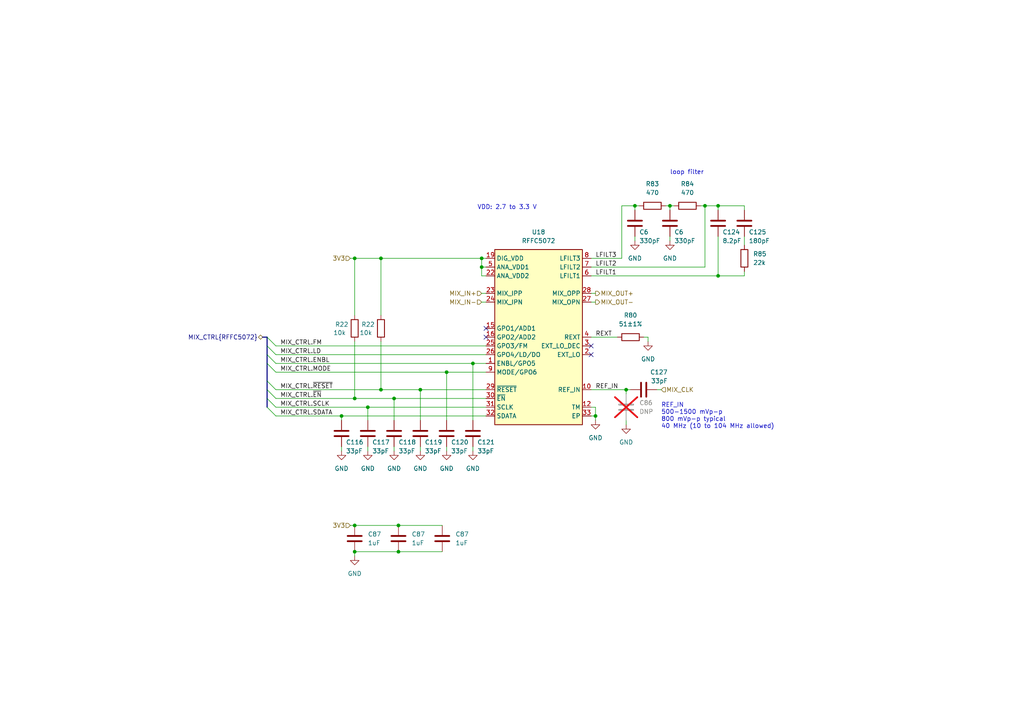
<source format=kicad_sch>
(kicad_sch (version 20230121) (generator eeschema)
  (paper "A4")
  (title_block (title "URTI Mainboard") (date "${DATE}") (rev "${VERSION}") (company "Copyright 2023 Great Scott Gadgets") (comment 1 "Licensed under the CERN-OHL-P v2"))
  (lib_symbols
    (symbol "Device:C" (pin_numbers hide) (pin_names (offset 0.254))
      (property "Reference" "C" (at 0.635 2.54 0))
      (property "Value" "C" (at 0.635 -2.54 0))
      (symbol "C_0_1"
        (polyline (pts (xy -2.032 -0.762) (xy 2.032 -0.762)) (stroke (width 0.508)))
        (polyline (pts (xy -2.032 0.762) (xy 2.032 0.762)) (stroke (width 0.508)))
      )
      (symbol "C_1_1"
        (pin passive line (at 0 3.81 270) (length 2.794) (name "~") (number "1"))
        (pin passive line (at 0 -3.81 90) (length 2.794) (name "~") (number "2"))
      )
    )
    (symbol "Device:R" (pin_numbers hide) (pin_names (offset 0))
      (property "Reference" "R" (at 2.032 0 90))
      (property "Value" "R" (at 0 0 90))
      (symbol "R_0_1"
        (rectangle (start -1.016 -2.54) (end 1.016 2.54) (stroke (width 0.254)))
      )
      (symbol "R_1_1"
        (pin passive line (at 0 3.81 270) (length 1.27) (name "~") (number "1"))
        (pin passive line (at 0 -3.81 90) (length 1.27) (name "~") (number "2"))
      )
    )
    (symbol "power:GND" (power) (pin_names (offset 0))
      (property "Value" "GND" (at 0 -3.81 0))
      (symbol "GND_0_1"
        (polyline (pts (xy 0 0) (xy 0 -1.27) (xy 1.27 -1.27) (xy 0 -2.54) (xy -1.27 -1.27) (xy 0 -1.27)))
      )
      (symbol "GND_1_1"
        (pin power_in line (at 0 0 270) (length 0) hide (name "GND") (number "1"))
      )
    )
    (symbol "radio:RFFC5072"
      (property "Reference" "U" (at 0 29.21 0))
      (property "Value" "RFFC5072" (at 0 26.67 0))
      (symbol "RFFC5072_0_0"
        (pin bidirectional line (at -15.24 -7.62 0) (length 2.54) (name "ENBL/GPO5") (number "1"))
        (pin input line (at 15.24 -15.24 180) (length 2.54) (name "REF_IN") (number "10"))
        (pin input line (at 15.24 -20.32 180) (length 2.54) (name "TM") (number "12"))
        (pin bidirectional line (at -15.24 2.54 0) (length 2.54) (name "GPO1/ADD1") (number "15"))
        (pin bidirectional line (at -15.24 0 0) (length 2.54) (name "GPO2/ADD2") (number "16"))
        (pin power_in line (at -15.24 22.86 0) (length 2.54) (name "DIG_VDD") (number "19"))
        (pin input line (at 15.24 -5.08 180) (length 2.54) (name "EXT_LO") (number "2"))
        (pin power_in line (at -15.24 17.78 0) (length 2.54) (name "ANA_VDD2") (number "22"))
        (pin input line (at -15.24 12.7 0) (length 2.54) (name "MIX_IPP") (number "23"))
        (pin input line (at -15.24 10.16 0) (length 2.54) (name "MIX_IPN") (number "24"))
        (pin bidirectional line (at -15.24 -2.54 0) (length 2.54) (name "GPO3/FM") (number "25"))
        (pin power_out line (at -15.24 -5.08 0) (length 2.54) (name "GPO4/LD/DO") (number "26"))
        (pin output line (at 15.24 10.16 180) (length 2.54) (name "MIX_OPN") (number "27"))
        (pin output line (at 15.24 12.7 180) (length 2.54) (name "MIX_OPP") (number "28"))
        (pin passive line (at 15.24 -2.54 180) (length 2.54) (name "EXT_LO_DEC") (number "3"))
        (pin input line (at -15.24 -20.32 0) (length 2.54) (name "SCLK") (number "31"))
        (pin input line (at -15.24 -22.86 0) (length 2.54) (name "SDATA") (number "32"))
        (pin power_in line (at 15.24 -22.86 180) (length 2.54) (name "EP") (number "33"))
        (pin passive line (at 15.24 0 180) (length 2.54) (name "REXT") (number "4"))
        (pin power_in line (at -15.24 20.32 0) (length 2.54) (name "ANA_VDD1") (number "5"))
        (pin output line (at 15.24 17.78 180) (length 2.54) (name "LFILT1") (number "6"))
        (pin output line (at 15.24 20.32 180) (length 2.54) (name "LFILT2") (number "7"))
        (pin input line (at 15.24 22.86 180) (length 2.54) (name "LFILT3") (number "8"))
      )
      (symbol "RFFC5072_1_0"
        (pin no_connect line (at 12.7 -12.7 180) (length 2.54) hide (name "NC") (number "11"))
        (pin no_connect line (at -12.7 7.62 0) (length 2.54) hide (name "NC") (number "13"))
        (pin no_connect line (at -12.7 5.08 0) (length 2.54) hide (name "NC") (number "14"))
        (pin no_connect line (at 12.7 5.08 180) (length 2.54) hide (name "NC") (number "17"))
        (pin no_connect line (at 12.7 7.62 180) (length 2.54) hide (name "NC") (number "18"))
        (pin no_connect line (at 12.7 -10.16 180) (length 2.54) hide (name "NC") (number "20"))
        (pin no_connect line (at 12.7 -7.62 180) (length 2.54) hide (name "NC") (number "21"))
        (pin input line (at -15.24 -15.24 0) (length 2.54) (name "~{RESET}") (number "29"))
        (pin input line (at -15.24 -17.78 0) (length 2.54) (name "~{EN}") (number "30"))
        (pin bidirectional line (at -15.24 -10.16 0) (length 2.54) (name "MODE/GPO6") (number "9"))
      )
      (symbol "RFFC5072_1_1"
        (rectangle (start -12.7 25.4) (end 12.7 -25.4) (stroke (width 0.254)) (fill (type background)))
      )
    )
  )
  (junction (at 194.31 59.69))
  (junction (at 115.57 152.4))
  (junction (at 208.28 59.69))
  (junction (at 110.49 113.03))
  (junction (at 102.87 160.02))
  (junction (at 102.87 152.4))
  (junction (at 121.92 113.03))
  (junction (at 110.49 74.93))
  (junction (at 102.87 115.57))
  (junction (at 208.28 80.01))
  (junction (at 115.57 160.02))
  (junction (at 102.87 74.93))
  (junction (at 184.15 59.69))
  (junction (at 137.16 105.41))
  (junction (at 106.68 118.11))
  (junction (at 99.06 120.65))
  (junction (at 139.7 77.47))
  (junction (at 204.47 59.69))
  (junction (at 129.54 107.95))
  (junction (at 181.61 113.03))
  (junction (at 139.7 74.93))
  (junction (at 172.72 120.65))
  (junction (at 114.3 115.57))
  (no_connect (at 171.45 100.33))
  (no_connect (at 140.97 97.79))
  (no_connect (at 140.97 95.25))
  (no_connect (at 171.45 102.87))
  (bus_entry (at 77.47 118.11) (size 2.54 2.54))
  (bus_entry (at 77.47 102.87) (size 2.54 2.54))
  (bus_entry (at 77.47 100.33) (size 2.54 2.54))
  (bus_entry (at 77.47 97.79) (size 2.54 2.54))
  (bus_entry (at 77.47 105.41) (size 2.54 2.54))
  (bus_entry (at 77.47 110.49) (size 2.54 2.54))
  (bus_entry (at 77.47 115.57) (size 2.54 2.54))
  (bus_entry (at 77.47 113.03) (size 2.54 2.54))
  (wire (pts (xy 102.87 160.02) (xy 115.57 160.02)))
  (wire (pts (xy 137.16 105.41) (xy 140.97 105.41)))
  (wire (pts (xy 171.45 85.09) (xy 172.72 85.09)))
  (wire (pts (xy 99.06 129.54) (xy 99.06 130.81)))
  (wire (pts (xy 80.01 115.57) (xy 102.87 115.57)))
  (wire (pts (xy 171.45 113.03) (xy 181.61 113.03)))
  (wire (pts (xy 102.87 74.93) (xy 110.49 74.93)))
  (wire (pts (xy 101.6 74.93) (xy 102.87 74.93)))
  (wire (pts (xy 137.16 129.54) (xy 137.16 130.81)))
  (wire (pts (xy 115.57 160.02) (xy 128.27 160.02)))
  (wire (pts (xy 129.54 107.95) (xy 140.97 107.95)))
  (wire (pts (xy 172.72 118.11) (xy 172.72 120.65)))
  (wire (pts (xy 106.68 118.11) (xy 140.97 118.11)))
  (wire (pts (xy 208.28 59.69) (xy 208.28 60.96)))
  (wire (pts (xy 106.68 118.11) (xy 106.68 121.92)))
  (wire (pts (xy 80.01 105.41) (xy 137.16 105.41)))
  (wire (pts (xy 80.01 120.65) (xy 99.06 120.65)))
  (bus (pts (xy 77.47 115.57) (xy 77.47 113.03)))
  (bus (pts (xy 77.47 118.11) (xy 77.47 115.57)))
  (wire (pts (xy 181.61 121.92) (xy 181.61 123.19)))
  (wire (pts (xy 186.69 97.79) (xy 187.96 97.79)))
  (wire (pts (xy 101.6 152.4) (xy 102.87 152.4)))
  (wire (pts (xy 106.68 129.54) (xy 106.68 130.81)))
  (wire (pts (xy 114.3 115.57) (xy 114.3 121.92)))
  (wire (pts (xy 80.01 113.03) (xy 110.49 113.03)))
  (wire (pts (xy 171.45 77.47) (xy 204.47 77.47)))
  (wire (pts (xy 194.31 59.69) (xy 195.58 59.69)))
  (wire (pts (xy 80.01 107.95) (xy 129.54 107.95)))
  (wire (pts (xy 99.06 120.65) (xy 140.97 120.65)))
  (wire (pts (xy 215.9 60.96) (xy 215.9 59.69)))
  (wire (pts (xy 171.45 97.79) (xy 179.07 97.79)))
  (wire (pts (xy 187.96 97.79) (xy 187.96 99.06)))
  (wire (pts (xy 180.34 74.93) (xy 171.45 74.93)))
  (wire (pts (xy 114.3 115.57) (xy 140.97 115.57)))
  (wire (pts (xy 204.47 59.69) (xy 208.28 59.69)))
  (wire (pts (xy 139.7 74.93) (xy 140.97 74.93)))
  (wire (pts (xy 171.45 118.11) (xy 172.72 118.11)))
  (wire (pts (xy 172.72 120.65) (xy 172.72 121.92)))
  (wire (pts (xy 110.49 74.93) (xy 139.7 74.93)))
  (wire (pts (xy 102.87 152.4) (xy 115.57 152.4)))
  (wire (pts (xy 129.54 107.95) (xy 129.54 121.92)))
  (wire (pts (xy 139.7 77.47) (xy 140.97 77.47)))
  (wire (pts (xy 137.16 105.41) (xy 137.16 121.92)))
  (wire (pts (xy 208.28 68.58) (xy 208.28 80.01)))
  (wire (pts (xy 110.49 99.06) (xy 110.49 113.03)))
  (wire (pts (xy 114.3 129.54) (xy 114.3 130.81)))
  (wire (pts (xy 139.7 77.47) (xy 139.7 80.01)))
  (wire (pts (xy 129.54 129.54) (xy 129.54 130.81)))
  (wire (pts (xy 139.7 74.93) (xy 139.7 77.47)))
  (wire (pts (xy 102.87 160.02) (xy 102.87 161.29)))
  (wire (pts (xy 215.9 68.58) (xy 215.9 71.12)))
  (wire (pts (xy 121.92 129.54) (xy 121.92 130.81)))
  (wire (pts (xy 194.31 59.69) (xy 194.31 60.96)))
  (wire (pts (xy 193.04 59.69) (xy 194.31 59.69)))
  (wire (pts (xy 180.34 59.69) (xy 180.34 74.93)))
  (wire (pts (xy 80.01 100.33) (xy 140.97 100.33)))
  (wire (pts (xy 110.49 113.03) (xy 121.92 113.03)))
  (wire (pts (xy 121.92 113.03) (xy 140.97 113.03)))
  (wire (pts (xy 80.01 102.87) (xy 140.97 102.87)))
  (wire (pts (xy 102.87 115.57) (xy 114.3 115.57)))
  (wire (pts (xy 139.7 85.09) (xy 140.97 85.09)))
  (wire (pts (xy 110.49 74.93) (xy 110.49 91.44)))
  (wire (pts (xy 194.31 68.58) (xy 194.31 69.85)))
  (bus (pts (xy 77.47 113.03) (xy 77.47 110.49)))
  (wire (pts (xy 215.9 59.69) (xy 208.28 59.69)))
  (wire (pts (xy 102.87 99.06) (xy 102.87 115.57)))
  (wire (pts (xy 139.7 87.63) (xy 140.97 87.63)))
  (wire (pts (xy 184.15 68.58) (xy 184.15 69.85)))
  (bus (pts (xy 77.47 110.49) (xy 77.47 105.41)))
  (wire (pts (xy 185.42 59.69) (xy 184.15 59.69)))
  (wire (pts (xy 204.47 59.69) (xy 203.2 59.69)))
  (wire (pts (xy 181.61 114.3) (xy 181.61 113.03)))
  (wire (pts (xy 102.87 74.93) (xy 102.87 91.44)))
  (wire (pts (xy 190.5 113.03) (xy 191.77 113.03)))
  (wire (pts (xy 181.61 113.03) (xy 182.88 113.03)))
  (bus (pts (xy 77.47 102.87) (xy 77.47 100.33)))
  (bus (pts (xy 77.47 100.33) (xy 77.47 97.79)))
  (wire (pts (xy 208.28 80.01) (xy 215.9 80.01)))
  (wire (pts (xy 171.45 120.65) (xy 172.72 120.65)))
  (wire (pts (xy 139.7 80.01) (xy 140.97 80.01)))
  (wire (pts (xy 99.06 120.65) (xy 99.06 121.92)))
  (wire (pts (xy 184.15 59.69) (xy 180.34 59.69)))
  (wire (pts (xy 208.28 80.01) (xy 171.45 80.01)))
  (wire (pts (xy 184.15 59.69) (xy 184.15 60.96)))
  (wire (pts (xy 204.47 77.47) (xy 204.47 59.69)))
  (wire (pts (xy 80.01 118.11) (xy 106.68 118.11)))
  (bus (pts (xy 76.2 97.79) (xy 77.47 97.79)))
  (wire (pts (xy 115.57 152.4) (xy 128.27 152.4)))
  (wire (pts (xy 121.92 113.03) (xy 121.92 121.92)))
  (bus (pts (xy 77.47 105.41) (xy 77.47 102.87)))
  (wire (pts (xy 171.45 87.63) (xy 172.72 87.63)))
  (wire (pts (xy 215.9 80.01) (xy 215.9 78.74)))
  (text "loop filter" (at 194.31 50.8 0) (effects (font (size 1.27 1.27)) (justify left bottom)))
  (text "REF_IN\n500-1500 mVp-p\n800 mVp-p typical\n40 MHz (10 to 104 MHz allowed)" (at 191.77 124.46 0) (effects (font (size 1.27 1.27)) (justify left bottom)))
  (text "VDD: 2.7 to 3.3 V" (at 138.43 60.96 0) (effects (font (size 1.27 1.27)) (justify left bottom)))
  (label "MIX_CTRL.FM" (at 81.28 100.33 0))
  (label "MIX_CTRL.ENBL" (at 81.28 105.41 0))
  (label "MIX_CTRL.~{RESET}" (at 81.28 113.03 0))
  (label "MIX_CTRL.~{EN}" (at 81.28 115.57 0))
  (label "REXT" (at 172.72 97.79 0))
  (label "REF_IN" (at 172.72 113.03 0))
  (label "MIX_CTRL.SCLK" (at 81.28 118.11 0))
  (label "LFILT2" (at 172.72 77.47 0))
  (label "MIX_CTRL.LD" (at 81.28 102.87 0))
  (label "MIX_CTRL.MODE" (at 81.28 107.95 0))
  (label "MIX_CTRL.SDATA" (at 81.28 120.65 0))
  (label "LFILT3" (at 172.72 74.93 0))
  (label "LFILT1" (at 172.72 80.01 0))
  (hierarchical_label "3V3" (shape input) (at 101.6 152.4 180))
  (hierarchical_label "3V3" (shape input) (at 101.6 74.93 180))
  (hierarchical_label "MIX_OUT+" (shape output) (at 172.72 85.09 0))
  (hierarchical_label "MIX_IN-" (shape input) (at 139.7 87.63 180))
  (hierarchical_label "MIX_IN+" (shape input) (at 139.7 85.09 180))
  (hierarchical_label "MIX_CTRL{RFFC5072}" (shape bidirectional) (at 76.2 97.79 180))
  (hierarchical_label "MIX_OUT-" (shape output) (at 172.72 87.63 0))
  (hierarchical_label "MIX_CLK" (shape input) (at 191.77 113.03 0))
  (symbol (lib_id "power:GND") (at 129.54 130.81 0) (unit 1)
    (property "Reference" "#PWR0235" (effects hide))
    (property "Value" "GND" (at 129.54 135.89 0))
    (instances (project "mainboard" (path "" (reference "#PWR0235") (unit 1)) (path "" (reference "#PWR0234") (unit 1)) (path "" (reference "#PWR0255") (unit 1))))
  )
  (symbol (lib_id "Device:C") (at 102.87 156.21 180) (unit 1)
    (property "Reference" "C87" (at 106.68 154.94 0) (effects (justify right)))
    (property "Value" "1uF" (at 106.68 157.48 0) (effects (justify right)))
    (property "Footprint" "Capacitor_SMD:C_0201_0603Metric" (effects hide))
    (property "Description" "CAP CER 1UF 10V X5R 0201" (effects hide))
    (property "Manufacturer" "Murata" (effects hide))
    (property "Part Number" "GRM033R61A105ME44D" (effects hide))
    (property "Substitution" "GRM033R61A105ME44*, GRM033R61C105ME15*, Samsung CL03A105MO3NRN*" (effects hide))
    (instances (project "mainboard" (path "" (reference "C87") (unit 1)) (path "" (reference "C184") (unit 1)) (path "" (reference "C128") (unit 1)) (path "" (reference "C186") (unit 1)) (path "" (reference "C187") (unit 1))))
  )
  (symbol (lib_id "power:GND") (at 194.31 69.85 0) (unit 1)
    (property "Reference" "#PWR0240" (effects hide))
    (property "Value" "GND" (at 194.31 74.93 0))
    (instances (project "mainboard" (path "" (reference "#PWR0240") (unit 1)) (path "" (reference "#PWR0241") (unit 1)) (path "" (reference "#PWR0262") (unit 1))))
  )
  (symbol (lib_id "Device:R") (at 110.49 95.25 0) (mirror y) (unit 1)
    (property "Reference" "R22" (at 108.712 94.107 0) (effects (justify left)))
    (property "Value" "10k" (at 107.95 96.52 0) (effects (justify left)))
    (property "Footprint" "Resistor_SMD:R_0402_1005Metric" (effects hide))
    (property "Part Number" "RC0402JR-0710KL" (effects hide))
    (property "Substitution" "any equivalent" (effects hide))
    (property "Description" "RES 10K OHM 5% 1/16W 0402" (effects hide))
    (property "Manufacturer" "Yageo" (effects hide))
    (instances (project "mainboard" (path "" (reference "R22") (unit 1)) (path "" (reference "R82") (unit 1)) (path "" (reference "R81") (unit 1)) (path "" (reference "R87") (unit 1))))
  )
  (symbol (lib_id "power:GND") (at 114.3 130.81 0) (unit 1)
    (property "Reference" "#PWR0233" (effects hide))
    (property "Value" "GND" (at 114.3 135.89 0))
    (instances (project "mainboard" (path "" (reference "#PWR0233") (unit 1)) (path "" (reference "#PWR0232") (unit 1)) (path "" (reference "#PWR0253") (unit 1))))
  )
  (symbol (lib_id "power:GND") (at 102.87 161.29 0) (unit 1)
    (property "Reference" "#PWR0236" (effects hide))
    (property "Value" "GND" (at 102.87 166.37 0))
    (instances (project "mainboard" (path "" (reference "#PWR0236") (unit 1)) (path "" (reference "#PWR0130") (unit 1)) (path "" (reference "#PWR0131") (unit 1))))
  )
  (symbol (lib_id "Device:C") (at 215.9 64.77 0) (unit 1)
    (property "Reference" "C125" (at 217.17 67.31 0) (effects (justify left)))
    (property "Value" "180pF" (at 217.17 69.85 0) (effects (justify left)))
    (property "Footprint" "Capacitor_SMD:C_0201_0603Metric" (effects hide))
    (instances (project "mainboard" (path "" (reference "C125") (unit 1)) (path "" (reference "C127") (unit 1)) (path "" (reference "C147") (unit 1))))
  )
  (symbol (lib_id "power:GND") (at 184.15 69.85 0) (unit 1)
    (property "Reference" "#PWR0239" (effects hide))
    (property "Value" "GND" (at 184.15 74.93 0))
    (instances (project "mainboard" (path "" (reference "#PWR0239") (unit 1)) (path "" (reference "#PWR0239") (unit 1)) (path "" (reference "#PWR0260") (unit 1))))
  )
  (symbol (lib_id "Device:C") (at 186.69 113.03 90) (unit 1)
    (property "Reference" "C127" (at 193.675 107.95 90) (effects (justify left)))
    (property "Value" "33pF" (at 193.675 110.49 90) (effects (justify left)))
    (property "Footprint" "Capacitor_SMD:C_0201_0603Metric" (effects hide))
    (property "Description" "CAP CER 33PF 25V C0G/NP0 0201" (effects hide))
    (property "Manufacturer" "Samsung" (effects hide))
    (property "Part Number" "CL03C330JA3NNNC" (effects hide))
    (instances (project "mainboard" (path "" (reference "C127") (unit 1)) (path "" (reference "C124") (unit 1)) (path "" (reference "C144") (unit 1))))
  )
  (symbol (lib_id "Device:C") (at 137.16 125.73 0) (unit 1)
    (property "Reference" "C121" (at 138.43 128.27 0) (effects (justify left)))
    (property "Value" "33pF" (at 138.43 130.81 0) (effects (justify left)))
    (property "Footprint" "Capacitor_SMD:C_0201_0603Metric" (effects hide))
    (property "Description" "CAP CER 33PF 25V C0G/NP0 0201" (effects hide))
    (property "Manufacturer" "Samsung" (effects hide))
    (property "Part Number" "CL03C330JA3NNNC" (effects hide))
    (instances (project "mainboard" (path "" (reference "C121") (unit 1)) (path "" (reference "C121") (unit 1)) (path "" (reference "C141") (unit 1))))
  )
  (symbol (lib_id "power:GND") (at 181.61 123.19 0) (unit 1)
    (property "Reference" "#PWR0228" (effects hide))
    (property "Value" "GND" (at 181.61 128.27 0))
    (instances (project "mainboard" (path "" (reference "#PWR0228") (unit 1)) (path "" (reference "#PWR0240") (unit 1)) (path "" (reference "#PWR0259") (unit 1))))
  )
  (symbol (lib_id "Device:C") (at 114.3 125.73 0) (unit 1)
    (property "Reference" "C118" (at 115.57 128.27 0) (effects (justify left)))
    (property "Value" "33pF" (at 115.57 130.81 0) (effects (justify left)))
    (property "Footprint" "Capacitor_SMD:C_0201_0603Metric" (effects hide))
    (property "Description" "CAP CER 33PF 25V C0G/NP0 0201" (effects hide))
    (property "Manufacturer" "Samsung" (effects hide))
    (property "Part Number" "CL03C330JA3NNNC" (effects hide))
    (instances (project "mainboard" (path "" (reference "C118") (unit 1)) (path "" (reference "C118") (unit 1)) (path "" (reference "C138") (unit 1))))
  )
  (symbol (lib_id "Device:C") (at 184.15 64.77 0) (unit 1)
    (property "Reference" "C6" (at 185.42 67.31 0) (effects (justify left)))
    (property "Value" "330pF" (at 185.42 69.85 0) (effects (justify left)))
    (property "Footprint" "Capacitor_SMD:C_0402_1005Metric" (effects hide))
    (property "Part Number" "CL05C331JB5NNNC" (effects hide))
    (property "Substitution" "any equivalent" (effects hide))
    (property "Description" "CAP CER 330PF 50V C0G/NP0 0402" (effects hide))
    (property "Manufacturer" "Samsung" (effects hide))
    (instances (project "mainboard" (path "" (reference "C6") (unit 1)) (path "" (reference "C122") (unit 1)) (path "" (reference "C122") (unit 1)) (path "" (reference "C143") (unit 1))))
  )
  (symbol (lib_id "Device:C") (at 208.28 64.77 0) (unit 1)
    (property "Reference" "C124" (at 209.55 67.31 0) (effects (justify left)))
    (property "Value" "8.2pF" (at 209.55 69.85 0) (effects (justify left)))
    (property "Footprint" "Capacitor_SMD:C_0201_0603Metric" (effects hide))
    (instances (project "mainboard" (path "" (reference "C124") (unit 1)) (path "" (reference "C126") (unit 1)) (path "" (reference "C146") (unit 1))))
  )
  (symbol (lib_id "Device:R") (at 182.88 97.79 90) (unit 1)
    (property "Reference" "R80" (at 182.88 91.44 90))
    (property "Value" "51±1%" (at 182.88 93.98 90))
    (property "Footprint" "Resistor_SMD:R_0201_0603Metric" (effects hide))
    (instances (project "mainboard" (path "" (reference "R80") (unit 1)) (path "" (reference "R82") (unit 1)) (path "" (reference "R88") (unit 1))))
  )
  (symbol (lib_id "Device:C") (at 115.57 156.21 180) (unit 1)
    (property "Reference" "C87" (at 119.38 154.94 0) (effects (justify right)))
    (property "Value" "1uF" (at 119.38 157.48 0) (effects (justify right)))
    (property "Footprint" "Capacitor_SMD:C_0201_0603Metric" (effects hide))
    (property "Description" "CAP CER 1UF 10V X5R 0201" (effects hide))
    (property "Manufacturer" "Murata" (effects hide))
    (property "Part Number" "GRM033R61A105ME44D" (effects hide))
    (property "Substitution" "GRM033R61A105ME44*, GRM033R61C105ME15*, Samsung CL03A105MO3NRN*" (effects hide))
    (instances (project "mainboard" (path "" (reference "C87") (unit 1)) (path "" (reference "C184") (unit 1)) (path "" (reference "C128") (unit 1)) (path "" (reference "C188") (unit 1)) (path "" (reference "C189") (unit 1))))
  )
  (symbol (lib_id "Device:R") (at 102.87 95.25 0) (mirror y) (unit 1)
    (property "Reference" "R22" (at 101.092 94.107 0) (effects (justify left)))
    (property "Value" "10k" (at 100.33 96.52 0) (effects (justify left)))
    (property "Footprint" "Resistor_SMD:R_0402_1005Metric" (effects hide))
    (property "Part Number" "RC0402JR-0710KL" (effects hide))
    (property "Substitution" "any equivalent" (effects hide))
    (property "Description" "RES 10K OHM 5% 1/16W 0402" (effects hide))
    (property "Manufacturer" "Yageo" (effects hide))
    (instances (project "mainboard" (path "" (reference "R22") (unit 1)) (path "" (reference "R81") (unit 1)) (path "" (reference "R80") (unit 1)) (path "" (reference "R86") (unit 1))))
  )
  (symbol (lib_id "radio:RFFC5072") (at 156.21 97.79 0) (unit 1)
    (property "Reference" "U18" (at 156.21 67.31 0))
    (property "Value" "RFFC5072" (at 156.21 69.85 0))
    (property "Footprint" "Package_DFN_QFN:QFN-32-1EP_5x5mm_P0.5mm_EP3.7x3.7mm_ThermalVias" (effects hide))
    (property "Datasheet" "https://www.qorvo.com/products/d/da000735" (effects hide))
    (property "Manufacturer" "Qorvo" (effects hide))
    (property "Description" "WIDEBAND SYNTHESIZER/VCO WITH INTEGRATED 6GHz MIXER" (effects hide))
    (property "Part Number" "RFFC5072TR13" (effects hide))
    (property "Substitution" "RFFC5072*" (effects hide))
    (instances (project "mainboard" (path "" (reference "U18") (unit 1)) (path "" (reference "U18") (unit 1)) (path "" (reference "U13") (unit 1))))
  )
  (symbol (lib_id "power:GND") (at 99.06 130.81 0) (unit 1)
    (property "Reference" "#PWR0231" (effects hide))
    (property "Value" "GND" (at 99.06 135.89 0))
    (instances (project "mainboard" (path "" (reference "#PWR0231") (unit 1)) (path "" (reference "#PWR0228") (unit 1)) (path "" (reference "#PWR0249") (unit 1))))
  )
  (symbol (lib_id "power:GND") (at 121.92 130.81 0) (unit 1)
    (property "Reference" "#PWR0234" (effects hide))
    (property "Value" "GND" (at 121.92 135.89 0))
    (instances (project "mainboard" (path "" (reference "#PWR0234") (unit 1)) (path "" (reference "#PWR0233") (unit 1)) (path "" (reference "#PWR0254") (unit 1))))
  )
  (symbol (lib_id "Device:C") (at 99.06 125.73 0) (unit 1)
    (property "Reference" "C116" (at 100.33 128.27 0) (effects (justify left)))
    (property "Value" "33pF" (at 100.33 130.81 0) (effects (justify left)))
    (property "Footprint" "Capacitor_SMD:C_0201_0603Metric" (effects hide))
    (property "Description" "CAP CER 33PF 25V C0G/NP0 0201" (effects hide))
    (property "Manufacturer" "Samsung" (effects hide))
    (property "Part Number" "CL03C330JA3NNNC" (effects hide))
    (instances (project "mainboard" (path "" (reference "C116") (unit 1)) (path "" (reference "C116") (unit 1)) (path "" (reference "C136") (unit 1))))
  )
  (symbol (lib_id "Device:R") (at 189.23 59.69 90) (unit 1)
    (property "Reference" "R83" (at 189.23 53.34 90))
    (property "Value" "470" (at 189.23 55.88 90))
    (property "Footprint" "Resistor_SMD:R_0201_0603Metric" (effects hide))
    (instances (project "mainboard" (path "" (reference "R83") (unit 1)) (path "" (reference "R83") (unit 1)) (path "" (reference "R89") (unit 1))))
  )
  (symbol (lib_id "power:GND") (at 106.68 130.81 0) (unit 1)
    (property "Reference" "#PWR0232" (effects hide))
    (property "Value" "GND" (at 106.68 135.89 0))
    (instances (project "mainboard" (path "" (reference "#PWR0232") (unit 1)) (path "" (reference "#PWR0230") (unit 1)) (path "" (reference "#PWR0251") (unit 1))))
  )
  (symbol (lib_id "Device:C") (at 129.54 125.73 0) (unit 1)
    (property "Reference" "C120" (at 130.81 128.27 0) (effects (justify left)))
    (property "Value" "33pF" (at 130.81 130.81 0) (effects (justify left)))
    (property "Footprint" "Capacitor_SMD:C_0201_0603Metric" (effects hide))
    (property "Description" "CAP CER 33PF 25V C0G/NP0 0201" (effects hide))
    (property "Manufacturer" "Samsung" (effects hide))
    (property "Part Number" "CL03C330JA3NNNC" (effects hide))
    (instances (project "mainboard" (path "" (reference "C120") (unit 1)) (path "" (reference "C120") (unit 1)) (path "" (reference "C140") (unit 1))))
  )
  (symbol (lib_id "Device:C") (at 121.92 125.73 0) (unit 1)
    (property "Reference" "C119" (at 123.19 128.27 0) (effects (justify left)))
    (property "Value" "33pF" (at 123.19 130.81 0) (effects (justify left)))
    (property "Footprint" "Capacitor_SMD:C_0201_0603Metric" (effects hide))
    (property "Description" "CAP CER 33PF 25V C0G/NP0 0201" (effects hide))
    (property "Manufacturer" "Samsung" (effects hide))
    (property "Part Number" "CL03C330JA3NNNC" (effects hide))
    (instances (project "mainboard" (path "" (reference "C119") (unit 1)) (path "" (reference "C119") (unit 1)) (path "" (reference "C139") (unit 1))))
  )
  (symbol (lib_id "power:GND") (at 137.16 130.81 0) (unit 1)
    (property "Reference" "#PWR0236" (effects hide))
    (property "Value" "GND" (at 137.16 135.89 0))
    (instances (project "mainboard" (path "" (reference "#PWR0236") (unit 1)) (path "" (reference "#PWR0235") (unit 1)) (path "" (reference "#PWR0256") (unit 1))))
  )
  (symbol (lib_id "Device:C") (at 106.68 125.73 0) (unit 1)
    (property "Reference" "C117" (at 107.95 128.27 0) (effects (justify left)))
    (property "Value" "33pF" (at 107.95 130.81 0) (effects (justify left)))
    (property "Footprint" "Capacitor_SMD:C_0201_0603Metric" (effects hide))
    (property "Description" "CAP CER 33PF 25V C0G/NP0 0201" (effects hide))
    (property "Manufacturer" "Samsung" (effects hide))
    (property "Part Number" "CL03C330JA3NNNC" (effects hide))
    (instances (project "mainboard" (path "" (reference "C117") (unit 1)) (path "" (reference "C117") (unit 1)) (path "" (reference "C137") (unit 1))))
  )
  (symbol (lib_id "Device:C") (at 194.31 64.77 0) (unit 1)
    (property "Reference" "C6" (at 195.58 67.31 0) (effects (justify left)))
    (property "Value" "330pF" (at 195.58 69.85 0) (effects (justify left)))
    (property "Footprint" "Capacitor_SMD:C_0402_1005Metric" (effects hide))
    (property "Part Number" "CL05C331JB5NNNC" (effects hide))
    (property "Substitution" "any equivalent" (effects hide))
    (property "Description" "CAP CER 330PF 50V C0G/NP0 0402" (effects hide))
    (property "Manufacturer" "Samsung" (effects hide))
    (instances (project "mainboard" (path "" (reference "C6") (unit 1)) (path "" (reference "C123") (unit 1)) (path "" (reference "C125") (unit 1)) (path "" (reference "C145") (unit 1))))
  )
  (symbol (lib_id "Device:C") (at 128.27 156.21 180) (unit 1)
    (property "Reference" "C87" (at 132.08 154.94 0) (effects (justify right)))
    (property "Value" "1uF" (at 132.08 157.48 0) (effects (justify right)))
    (property "Footprint" "Capacitor_SMD:C_0201_0603Metric" (effects hide))
    (property "Description" "CAP CER 1UF 10V X5R 0201" (effects hide))
    (property "Manufacturer" "Murata" (effects hide))
    (property "Part Number" "GRM033R61A105ME44D" (effects hide))
    (property "Substitution" "GRM033R61A105ME44*, GRM033R61C105ME15*, Samsung CL03A105MO3NRN*" (effects hide))
    (instances (project "mainboard" (path "" (reference "C87") (unit 1)) (path "" (reference "C184") (unit 1)) (path "" (reference "C128") (unit 1)) (path "" (reference "C190") (unit 1)) (path "" (reference "C191") (unit 1))))
  )
  (symbol (lib_id "Device:R") (at 199.39 59.69 90) (unit 1)
    (property "Reference" "R84" (at 199.39 53.34 90))
    (property "Value" "470" (at 199.39 55.88 90))
    (property "Footprint" "Resistor_SMD:R_0201_0603Metric" (effects hide))
    (instances (project "mainboard" (path "" (reference "R84") (unit 1)) (path "" (reference "R84") (unit 1)) (path "" (reference "R90") (unit 1))))
  )
  (symbol (lib_id "Device:R") (at 215.9 74.93 180) (unit 1)
    (property "Reference" "R85" (at 218.44 73.66 0) (effects (justify right)))
    (property "Value" "22k" (at 218.44 76.2 0) (effects (justify right)))
    (property "Footprint" "Resistor_SMD:R_0201_0603Metric" (effects hide))
    (instances (project "mainboard" (path "" (reference "R85") (unit 1)) (path "" (reference "R85") (unit 1)) (path "" (reference "R91") (unit 1))))
  )
  (symbol (lib_id "Device:C") (at 181.61 118.11 0) (unit 1) (dnp yes)
    (property "Reference" "C86" (at 185.42 116.84 0) (effects (justify left)))
    (property "Value" "DNP" (at 185.42 119.38 0) (effects (justify left)))
    (property "Footprint" "Capacitor_SMD:C_0201_0603Metric" (effects hide))
    (instances (project "mainboard" (path "" (reference "C86") (unit 1)) (path "" (reference "C87") (unit 1)) (path "" (reference "C126") (unit 1)) (path "" (reference "C123") (unit 1)) (path "" (reference "C142") (unit 1))))
  )
  (symbol (lib_id "power:GND") (at 172.72 121.92 0) (unit 1)
    (property "Reference" "#PWR0228" (effects hide))
    (property "Value" "GND" (at 172.72 127 0))
    (instances (project "mainboard" (path "" (reference "#PWR0228") (unit 1)) (path "" (reference "#PWR0237") (unit 1)) (path "" (reference "#PWR0258") (unit 1))))
  )
  (symbol (lib_id "power:GND") (at 187.96 99.06 0) (unit 1)
    (property "Reference" "#PWR0230" (effects hide))
    (property "Value" "GND" (at 187.96 104.14 0))
    (instances (project "mainboard" (path "" (reference "#PWR0230") (unit 1)) (path "" (reference "#PWR0238") (unit 1)) (path "" (reference "#PWR0261") (unit 1))))
  )
)
</source>
